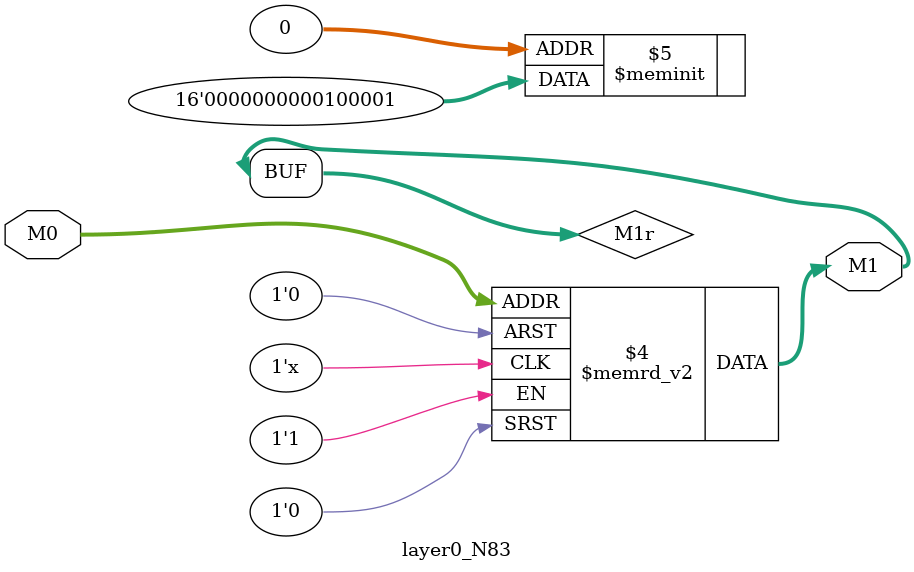
<source format=v>
module layer0_N83 ( input [2:0] M0, output [1:0] M1 );

	(*rom_style = "distributed" *) reg [1:0] M1r;
	assign M1 = M1r;
	always @ (M0) begin
		case (M0)
			3'b000: M1r = 2'b01;
			3'b100: M1r = 2'b00;
			3'b010: M1r = 2'b10;
			3'b110: M1r = 2'b00;
			3'b001: M1r = 2'b00;
			3'b101: M1r = 2'b00;
			3'b011: M1r = 2'b00;
			3'b111: M1r = 2'b00;

		endcase
	end
endmodule

</source>
